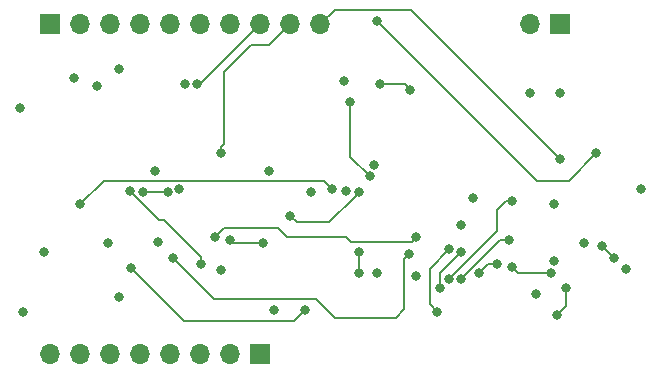
<source format=gbr>
%TF.GenerationSoftware,KiCad,Pcbnew,(5.1.10-1-10_14)*%
%TF.CreationDate,2021-11-15T20:19:36-05:00*%
%TF.ProjectId,interrupts,696e7465-7272-4757-9074-732e6b696361,rev?*%
%TF.SameCoordinates,Original*%
%TF.FileFunction,Copper,L4,Bot*%
%TF.FilePolarity,Positive*%
%FSLAX46Y46*%
G04 Gerber Fmt 4.6, Leading zero omitted, Abs format (unit mm)*
G04 Created by KiCad (PCBNEW (5.1.10-1-10_14)) date 2021-11-15 20:19:36*
%MOMM*%
%LPD*%
G01*
G04 APERTURE LIST*
%TA.AperFunction,ComponentPad*%
%ADD10O,1.700000X1.700000*%
%TD*%
%TA.AperFunction,ComponentPad*%
%ADD11R,1.700000X1.700000*%
%TD*%
%TA.AperFunction,ViaPad*%
%ADD12C,0.800000*%
%TD*%
%TA.AperFunction,Conductor*%
%ADD13C,0.200000*%
%TD*%
G04 APERTURE END LIST*
D10*
%TO.P,J3,2*%
%TO.N,~INT_REQ_1*%
X178562000Y-83820000D03*
D11*
%TO.P,J3,1*%
%TO.N,~INT_REQ_0*%
X181102000Y-83820000D03*
%TD*%
D10*
%TO.P,J2,8*%
%TO.N,/BUS0*%
X137922000Y-111760000D03*
%TO.P,J2,7*%
%TO.N,/BUS1*%
X140462000Y-111760000D03*
%TO.P,J2,6*%
%TO.N,/BUS2*%
X143002000Y-111760000D03*
%TO.P,J2,5*%
%TO.N,/BUS3*%
X145542000Y-111760000D03*
%TO.P,J2,4*%
%TO.N,/BUS4*%
X148082000Y-111760000D03*
%TO.P,J2,3*%
%TO.N,/BUS5*%
X150622000Y-111760000D03*
%TO.P,J2,2*%
%TO.N,/BUS6*%
X153162000Y-111760000D03*
D11*
%TO.P,J2,1*%
%TO.N,/BUS7*%
X155702000Y-111760000D03*
%TD*%
D10*
%TO.P,J1,10*%
%TO.N,~INTCLR0*%
X160782000Y-83820000D03*
%TO.P,J1,9*%
%TO.N,~INTCLR1*%
X158242000Y-83820000D03*
%TO.P,J1,8*%
%TO.N,~INTCLR2*%
X155702000Y-83820000D03*
%TO.P,J1,7*%
%TO.N,~INTREQ0*%
X153162000Y-83820000D03*
%TO.P,J1,6*%
%TO.N,~INTREQ1*%
X150622000Y-83820000D03*
%TO.P,J1,5*%
%TO.N,~INTREQ2*%
X148082000Y-83820000D03*
%TO.P,J1,4*%
%TO.N,~LATCH_TIMER_INTERRUPT_DIVISION*%
X145542000Y-83820000D03*
%TO.P,J1,3*%
%TO.N,XTAL*%
X143002000Y-83820000D03*
%TO.P,J1,2*%
%TO.N,GND*%
X140462000Y-83820000D03*
D11*
%TO.P,J1,1*%
%TO.N,VCC*%
X137922000Y-83820000D03*
%TD*%
D12*
%TO.N,GND*%
X186658010Y-104559135D03*
X179070000Y-106680000D03*
X143764000Y-106934000D03*
X146812000Y-96266000D03*
X141859000Y-89027000D03*
X165354000Y-95758000D03*
X156848611Y-108011990D03*
X139954000Y-88392000D03*
X180594000Y-103886000D03*
X172720000Y-100838000D03*
X135636000Y-108204000D03*
X187960000Y-97790000D03*
X183134000Y-102362000D03*
X168910000Y-105156000D03*
X148844000Y-97790000D03*
X142825000Y-102375431D03*
X162941000Y-97917000D03*
X156464000Y-96266000D03*
%TO.N,VCC*%
X178562000Y-89662000D03*
X181102000Y-89662000D03*
X137414000Y-103124000D03*
X143764000Y-87630000D03*
X162814000Y-88646000D03*
X135382000Y-90932000D03*
X180594000Y-99060000D03*
X149352000Y-88900000D03*
X152400000Y-104648000D03*
X165608008Y-104902000D03*
X173736000Y-98552000D03*
X147006946Y-102243892D03*
X160020000Y-98044000D03*
%TO.N,Net-(U7-Pad15)*%
X140462000Y-99060000D03*
X161798000Y-97790000D03*
%TO.N,Net-(U7-Pad14)*%
X159512000Y-108011990D03*
X144700032Y-104478019D03*
%TO.N,Net-(U7-Pad13)*%
X168278611Y-103293979D03*
X148297678Y-103644286D03*
%TO.N,~INT_REQ_1*%
X163322000Y-90424000D03*
X164979944Y-96714384D03*
%TO.N,~INTREQ0*%
X165607996Y-83566000D03*
X184150022Y-94742000D03*
%TO.N,~INTCLR2*%
X150368000Y-88900000D03*
%TO.N,~INTCLR1*%
X152400000Y-94742000D03*
%TO.N,~INTCLR0*%
X181102000Y-95250000D03*
%TO.N,Net-(U6-Pad1)*%
X150694824Y-104116032D03*
X144647043Y-97959979D03*
%TO.N,Net-(U7-Pad19)*%
X145796000Y-98044000D03*
X147874641Y-98035698D03*
%TO.N,Net-(U7-Pad17)*%
X155956000Y-102362000D03*
X153162000Y-102108000D03*
%TO.N,Net-(U7-Pad12)*%
X151892000Y-101854000D03*
X168910000Y-101854000D03*
%TO.N,Net-(U8-Pad13)*%
X164084000Y-104902000D03*
X164084000Y-103101978D03*
%TO.N,Net-(U8-Pad11)*%
X158242000Y-100076000D03*
X164084000Y-98044000D03*
%TO.N,Net-(U10-Pad5)*%
X174244000Y-104902000D03*
X175768000Y-104140000D03*
%TO.N,Net-(U10-Pad13)*%
X171704000Y-102870000D03*
X170688000Y-108204000D03*
%TO.N,Net-(U10-Pad12)*%
X170942000Y-106172000D03*
X172720000Y-103124000D03*
%TO.N,Net-(U10-Pad9)*%
X171704000Y-105410000D03*
X177038000Y-98806000D03*
%TO.N,Net-(U10-Pad10)*%
X172720000Y-105410000D03*
X176784000Y-102108000D03*
%TO.N,Net-(U10-Pad6)*%
X180340000Y-104902000D03*
X177038000Y-104394000D03*
%TO.N,Net-(U10-Pad3)*%
X180848000Y-108458000D03*
X181610000Y-106172000D03*
%TO.N,Net-(U11-Pad10)*%
X184658000Y-102616000D03*
X185674000Y-103632000D03*
%TO.N,~INTREQ2*%
X165862000Y-88900000D03*
X168402000Y-89392013D03*
%TD*%
D13*
%TO.N,Net-(U7-Pad15)*%
X161097999Y-97089999D02*
X161798000Y-97790000D01*
X142432001Y-97089999D02*
X161097999Y-97089999D01*
X140462000Y-99060000D02*
X142432001Y-97089999D01*
%TO.N,Net-(U7-Pad14)*%
X159512000Y-108011990D02*
X158557990Y-108966000D01*
X158557990Y-108966000D02*
X149188013Y-108966000D01*
X149188013Y-108966000D02*
X144700032Y-104478019D01*
%TO.N,Net-(U7-Pad13)*%
X160400007Y-107080011D02*
X151733403Y-107080011D01*
X162031996Y-108712000D02*
X160400007Y-107080011D01*
X151733403Y-107080011D02*
X148297678Y-103644286D01*
X167152004Y-108712000D02*
X162031996Y-108712000D01*
X167878612Y-107985392D02*
X167152004Y-108712000D01*
X167878612Y-103693978D02*
X167878612Y-107985392D01*
X168278611Y-103293979D02*
X167878612Y-103693978D01*
%TO.N,~INT_REQ_1*%
X163322000Y-95056440D02*
X164979944Y-96714384D01*
X163322000Y-90424000D02*
X163322000Y-95056440D01*
%TO.N,~INTREQ0*%
X165607996Y-83566000D02*
X179113374Y-97071378D01*
X179113374Y-97071378D02*
X181820644Y-97071378D01*
X181820644Y-97071378D02*
X184150022Y-94742000D01*
%TO.N,~INTCLR2*%
X155702000Y-83820000D02*
X151384000Y-88138000D01*
X151384000Y-88138000D02*
X150622000Y-88900000D01*
X150622000Y-88900000D02*
X150368000Y-88900000D01*
%TO.N,~INTCLR1*%
X158242000Y-83820000D02*
X156464000Y-85598000D01*
X156464000Y-85598000D02*
X154940000Y-85598000D01*
X154940000Y-85598000D02*
X152654000Y-87884000D01*
X152654000Y-87884000D02*
X152654000Y-93980000D01*
X152400000Y-94234000D02*
X152400000Y-94742000D01*
X152654000Y-93980000D02*
X152400000Y-94234000D01*
%TO.N,~INTCLR0*%
X168463999Y-82611999D02*
X181102000Y-95250000D01*
X161990001Y-82611999D02*
X168463999Y-82611999D01*
X160782000Y-83820000D02*
X161990001Y-82611999D01*
%TO.N,Net-(U6-Pad1)*%
X147079063Y-100391999D02*
X144647043Y-97959979D01*
X150694824Y-104116032D02*
X150694824Y-103550347D01*
X150694824Y-103550347D02*
X147536476Y-100391999D01*
X147536476Y-100391999D02*
X147079063Y-100391999D01*
%TO.N,Net-(U7-Pad19)*%
X145796000Y-98044000D02*
X147866339Y-98044000D01*
X147866339Y-98044000D02*
X147874641Y-98035698D01*
%TO.N,Net-(U7-Pad17)*%
X155956000Y-102362000D02*
X153416000Y-102362000D01*
X153416000Y-102362000D02*
X153162000Y-102108000D01*
%TO.N,Net-(U7-Pad12)*%
X168510001Y-102253999D02*
X168910000Y-101854000D01*
X157988000Y-101854000D02*
X162971783Y-101854000D01*
X157226000Y-101092000D02*
X157988000Y-101854000D01*
X163371782Y-102253999D02*
X168510001Y-102253999D01*
X152654000Y-101092000D02*
X157226000Y-101092000D01*
X162971783Y-101854000D02*
X163371782Y-102253999D01*
X151892000Y-101854000D02*
X152654000Y-101092000D01*
%TO.N,Net-(U8-Pad13)*%
X164084000Y-105156000D02*
X164084000Y-104902000D01*
X164084000Y-105156000D02*
X164084000Y-103101978D01*
%TO.N,Net-(U8-Pad11)*%
X158242000Y-100076000D02*
X158781501Y-100615501D01*
X161512499Y-100615501D02*
X163684001Y-98443999D01*
X163684001Y-98443999D02*
X164084000Y-98044000D01*
X158781501Y-100615501D02*
X161512499Y-100615501D01*
%TO.N,Net-(U10-Pad5)*%
X174244000Y-104902000D02*
X175006000Y-104140000D01*
X175006000Y-104140000D02*
X175768000Y-104140000D01*
%TO.N,Net-(U10-Pad13)*%
X170034001Y-107550001D02*
X170688000Y-108204000D01*
X170034001Y-104539999D02*
X170034001Y-107550001D01*
X171704000Y-102870000D02*
X170034001Y-104539999D01*
%TO.N,Net-(U10-Pad12)*%
X170942000Y-106172000D02*
X170942000Y-104902000D01*
X172974000Y-102870000D02*
X172720000Y-103124000D01*
X170942000Y-104902000D02*
X172720000Y-103124000D01*
%TO.N,Net-(U10-Pad9)*%
X171704000Y-105410000D02*
X175768000Y-101346000D01*
X175768000Y-101346000D02*
X175768000Y-99568000D01*
X175768000Y-99568000D02*
X176530000Y-98806000D01*
X176530000Y-98806000D02*
X177038000Y-98806000D01*
%TO.N,Net-(U10-Pad10)*%
X172720000Y-105410000D02*
X176022000Y-102108000D01*
X176022000Y-102108000D02*
X176784000Y-102108000D01*
%TO.N,Net-(U10-Pad6)*%
X180340000Y-104902000D02*
X177546000Y-104902000D01*
X177546000Y-104902000D02*
X177038000Y-104394000D01*
%TO.N,Net-(U10-Pad3)*%
X180848000Y-108458000D02*
X181610000Y-107696000D01*
X181610000Y-107696000D02*
X181610000Y-106172000D01*
%TO.N,Net-(U11-Pad10)*%
X184658000Y-102616000D02*
X185674000Y-103632000D01*
%TO.N,~INTREQ2*%
X167909987Y-88900000D02*
X168402000Y-89392013D01*
X165862000Y-88900000D02*
X167909987Y-88900000D01*
%TD*%
M02*

</source>
